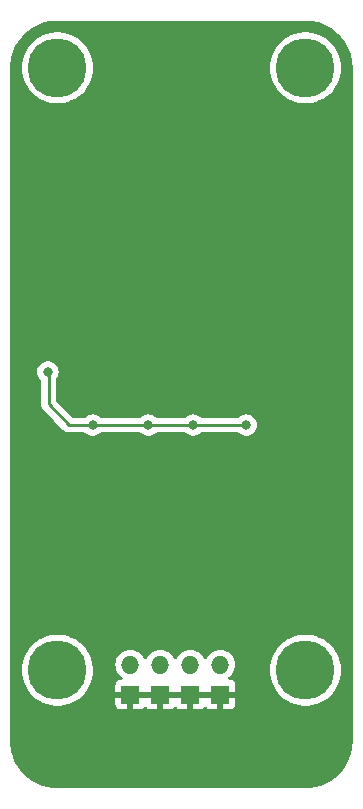
<source format=gbr>
%TF.GenerationSoftware,KiCad,Pcbnew,7.0.9*%
%TF.CreationDate,2025-04-28T00:26:43+09:00*%
%TF.ProjectId,Rp2040_v1.1,52703230-3430-45f7-9631-2e312e6b6963,rev?*%
%TF.SameCoordinates,Original*%
%TF.FileFunction,Copper,L2,Bot*%
%TF.FilePolarity,Positive*%
%FSLAX46Y46*%
G04 Gerber Fmt 4.6, Leading zero omitted, Abs format (unit mm)*
G04 Created by KiCad (PCBNEW 7.0.9) date 2025-04-28 00:26:43*
%MOMM*%
%LPD*%
G01*
G04 APERTURE LIST*
%TA.AperFunction,ComponentPad*%
%ADD10C,5.000000*%
%TD*%
%TA.AperFunction,ComponentPad*%
%ADD11R,1.524000X1.524000*%
%TD*%
%TA.AperFunction,ComponentPad*%
%ADD12O,1.524000X1.524000*%
%TD*%
%TA.AperFunction,ViaPad*%
%ADD13C,0.800000*%
%TD*%
%TA.AperFunction,Conductor*%
%ADD14C,0.250000*%
%TD*%
G04 APERTURE END LIST*
D10*
%TO.P,J2,1*%
%TO.N,N/C*%
X105000000Y-81000000D03*
%TD*%
%TO.P,J2,1*%
%TO.N,N/C*%
X105000000Y-30000000D03*
%TD*%
%TO.P,J2,1*%
%TO.N,N/C*%
X84000000Y-30000000D03*
%TD*%
%TO.P,J2,1*%
%TO.N,N/C*%
X84000000Y-81000000D03*
%TD*%
D11*
%TO.P,U2,1,1*%
%TO.N,Net-(U1-GND)*%
X90180000Y-83070000D03*
%TO.P,U2,2,2*%
X92720000Y-83070000D03*
%TO.P,U2,3,3*%
X95260000Y-83070000D03*
%TO.P,U2,4,4*%
X97800000Y-83070000D03*
D12*
%TO.P,U2,5,1_b*%
%TO.N,Net-(U2-1_b)*%
X90180000Y-80530000D03*
%TO.P,U2,6,2_b*%
%TO.N,Net-(U2-2_b)*%
X92720000Y-80530000D03*
%TO.P,U2,7,3_b*%
%TO.N,Net-(U2-3_b)*%
X95260000Y-80530000D03*
%TO.P,U2,8,4_b*%
%TO.N,Net-(U2-4_b)*%
X97800000Y-80530000D03*
%TD*%
D13*
%TO.N,Net-(U1-GND)*%
X92500000Y-46000000D03*
X101750000Y-52250000D03*
X95250000Y-41250000D03*
X84250000Y-40750000D03*
X84000000Y-72500000D03*
X85750000Y-55750000D03*
X91750000Y-58500000D03*
X95000000Y-58500000D03*
X86500000Y-58500000D03*
X84000000Y-61500000D03*
X85000000Y-66500000D03*
X89250000Y-78000000D03*
X94000000Y-78000000D03*
X92750000Y-71250000D03*
X93500000Y-73250000D03*
X90000000Y-61750000D03*
X89250000Y-64750000D03*
X93500000Y-64750000D03*
X88000000Y-71000000D03*
X86000000Y-76000000D03*
X106000000Y-73000000D03*
X99750000Y-58500000D03*
X104000000Y-61000000D03*
X98000000Y-65000000D03*
X98000000Y-69000000D03*
X100000000Y-74000000D03*
X85740000Y-53000000D03*
%TO.N,Net-(U1-5V)*%
X83200000Y-55740000D03*
X87000000Y-60250000D03*
X91702500Y-60250000D03*
X95500000Y-60250000D03*
X100000000Y-60250000D03*
%TD*%
D14*
%TO.N,Net-(U1-5V)*%
X85000000Y-60250000D02*
X83250000Y-58500000D01*
X83250000Y-58500000D02*
X83250000Y-55790000D01*
X83250000Y-55790000D02*
X83200000Y-55740000D01*
X87000000Y-60250000D02*
X85000000Y-60250000D01*
X91702500Y-60250000D02*
X87000000Y-60250000D01*
X95500000Y-60250000D02*
X91702500Y-60250000D01*
X100000000Y-60250000D02*
X95500000Y-60250000D01*
%TD*%
%TA.AperFunction,Conductor*%
%TO.N,Net-(U1-GND)*%
G36*
X92176441Y-82957047D02*
G01*
X92166123Y-83107886D01*
X92196884Y-83255915D01*
X92230090Y-83320000D01*
X90674852Y-83320000D01*
X90723559Y-83182953D01*
X90733877Y-83032114D01*
X90703116Y-82884085D01*
X90669910Y-82820000D01*
X92225148Y-82820000D01*
X92176441Y-82957047D01*
G37*
%TD.AperFunction*%
%TA.AperFunction,Conductor*%
G36*
X94716441Y-82957047D02*
G01*
X94706123Y-83107886D01*
X94736884Y-83255915D01*
X94770090Y-83320000D01*
X93214852Y-83320000D01*
X93263559Y-83182953D01*
X93273877Y-83032114D01*
X93243116Y-82884085D01*
X93209910Y-82820000D01*
X94765148Y-82820000D01*
X94716441Y-82957047D01*
G37*
%TD.AperFunction*%
%TA.AperFunction,Conductor*%
G36*
X97256441Y-82957047D02*
G01*
X97246123Y-83107886D01*
X97276884Y-83255915D01*
X97310090Y-83320000D01*
X95754852Y-83320000D01*
X95803559Y-83182953D01*
X95813877Y-83032114D01*
X95783116Y-82884085D01*
X95749910Y-82820000D01*
X97305148Y-82820000D01*
X97256441Y-82957047D01*
G37*
%TD.AperFunction*%
%TA.AperFunction,Conductor*%
G36*
X105001423Y-26000566D02*
G01*
X105040986Y-26002394D01*
X105172950Y-26008495D01*
X105372549Y-26018302D01*
X105378048Y-26018819D01*
X105563357Y-26044668D01*
X105749828Y-26072329D01*
X105754871Y-26073294D01*
X105939341Y-26116681D01*
X106120221Y-26161989D01*
X106124797Y-26163327D01*
X106305568Y-26223916D01*
X106480339Y-26286450D01*
X106484471Y-26288100D01*
X106542986Y-26313936D01*
X106659474Y-26365370D01*
X106826973Y-26444592D01*
X106830601Y-26446457D01*
X106998128Y-26539770D01*
X106998142Y-26539778D01*
X107156964Y-26634972D01*
X107160119Y-26636996D01*
X107318603Y-26745559D01*
X107467377Y-26855897D01*
X107470001Y-26857957D01*
X107618027Y-26980876D01*
X107755321Y-27105314D01*
X107757514Y-27107402D01*
X107892596Y-27242484D01*
X107894695Y-27244688D01*
X108019129Y-27381980D01*
X108142034Y-27529989D01*
X108144109Y-27532632D01*
X108254443Y-27681400D01*
X108363002Y-27839879D01*
X108365032Y-27843044D01*
X108460221Y-28001857D01*
X108553527Y-28169371D01*
X108555410Y-28173034D01*
X108634638Y-28340547D01*
X108711899Y-28515527D01*
X108713558Y-28519685D01*
X108776093Y-28694459D01*
X108836662Y-28875173D01*
X108838018Y-28879812D01*
X108883317Y-29060654D01*
X108926696Y-29245090D01*
X108927672Y-29250189D01*
X108955337Y-29436689D01*
X108981177Y-29621933D01*
X108981697Y-29627459D01*
X108991512Y-29827238D01*
X108999434Y-29998575D01*
X108999500Y-30001439D01*
X108999500Y-86998560D01*
X108999434Y-87001424D01*
X108991512Y-87172761D01*
X108981697Y-87372539D01*
X108981177Y-87378065D01*
X108955337Y-87563310D01*
X108927672Y-87749809D01*
X108926696Y-87754908D01*
X108883317Y-87939345D01*
X108838018Y-88120186D01*
X108836662Y-88124825D01*
X108776093Y-88305540D01*
X108713557Y-88480314D01*
X108711899Y-88484470D01*
X108634638Y-88659452D01*
X108555410Y-88826964D01*
X108553527Y-88830627D01*
X108460221Y-88998142D01*
X108365032Y-89156954D01*
X108363002Y-89160118D01*
X108254437Y-89318608D01*
X108144121Y-89467350D01*
X108142021Y-89470025D01*
X108019132Y-89618016D01*
X107894695Y-89755310D01*
X107892596Y-89757514D01*
X107757514Y-89892596D01*
X107755310Y-89894695D01*
X107618016Y-90019132D01*
X107470025Y-90142021D01*
X107467350Y-90144121D01*
X107318608Y-90254437D01*
X107160118Y-90363002D01*
X107156954Y-90365032D01*
X106998142Y-90460221D01*
X106830627Y-90553527D01*
X106826964Y-90555410D01*
X106659452Y-90634638D01*
X106484470Y-90711899D01*
X106480314Y-90713557D01*
X106305540Y-90776093D01*
X106124825Y-90836662D01*
X106120186Y-90838018D01*
X105939345Y-90883317D01*
X105754908Y-90926696D01*
X105749809Y-90927672D01*
X105563310Y-90955337D01*
X105378065Y-90981177D01*
X105372539Y-90981697D01*
X105172761Y-90991512D01*
X105001424Y-90999434D01*
X104998560Y-90999500D01*
X84001440Y-90999500D01*
X83998576Y-90999434D01*
X83827238Y-90991512D01*
X83627459Y-90981697D01*
X83621933Y-90981177D01*
X83436689Y-90955337D01*
X83250189Y-90927672D01*
X83245090Y-90926696D01*
X83060654Y-90883317D01*
X82879812Y-90838018D01*
X82875173Y-90836662D01*
X82694459Y-90776093D01*
X82519685Y-90713558D01*
X82515527Y-90711899D01*
X82340547Y-90634638D01*
X82173034Y-90555410D01*
X82169371Y-90553527D01*
X82001857Y-90460221D01*
X81843044Y-90365032D01*
X81839879Y-90363002D01*
X81730371Y-90287989D01*
X81681392Y-90254437D01*
X81532632Y-90144109D01*
X81529989Y-90142034D01*
X81381980Y-90019129D01*
X81244688Y-89894695D01*
X81242484Y-89892596D01*
X81107402Y-89757514D01*
X81105314Y-89755321D01*
X80980867Y-89618016D01*
X80857957Y-89470001D01*
X80855897Y-89467377D01*
X80745559Y-89318603D01*
X80636995Y-89160118D01*
X80634966Y-89156954D01*
X80539778Y-88998142D01*
X80512261Y-88948740D01*
X80446457Y-88830601D01*
X80444588Y-88826964D01*
X80365361Y-88659452D01*
X80288100Y-88484471D01*
X80286450Y-88480339D01*
X80223906Y-88305540D01*
X80163327Y-88124797D01*
X80161989Y-88120221D01*
X80116675Y-87939315D01*
X80111402Y-87916895D01*
X80073294Y-87754871D01*
X80072329Y-87749828D01*
X80044662Y-87563310D01*
X80018819Y-87378048D01*
X80018302Y-87372549D01*
X80008487Y-87172761D01*
X80000566Y-87001423D01*
X80000500Y-86998560D01*
X80000500Y-81000003D01*
X80994415Y-81000003D01*
X81014738Y-81348927D01*
X81014739Y-81348938D01*
X81075428Y-81693127D01*
X81075430Y-81693134D01*
X81175674Y-82027972D01*
X81314107Y-82348895D01*
X81314113Y-82348908D01*
X81488870Y-82651597D01*
X81697584Y-82931949D01*
X81697589Y-82931955D01*
X81792085Y-83032114D01*
X81937442Y-83186183D01*
X82020546Y-83255915D01*
X82205186Y-83410847D01*
X82205194Y-83410853D01*
X82497203Y-83602911D01*
X82497207Y-83602913D01*
X82809549Y-83759777D01*
X83137989Y-83879319D01*
X83478086Y-83959923D01*
X83825241Y-84000500D01*
X83825248Y-84000500D01*
X84174752Y-84000500D01*
X84174759Y-84000500D01*
X84521914Y-83959923D01*
X84862011Y-83879319D01*
X85190451Y-83759777D01*
X85502793Y-83602913D01*
X85794811Y-83410849D01*
X86062558Y-83186183D01*
X86302412Y-82931953D01*
X86511130Y-82651596D01*
X86685889Y-82348904D01*
X86824326Y-82027971D01*
X86924569Y-81693136D01*
X86936137Y-81627534D01*
X86985260Y-81348938D01*
X86985259Y-81348938D01*
X86985262Y-81348927D01*
X87002561Y-81051902D01*
X87005585Y-81000003D01*
X87005585Y-80999996D01*
X87001554Y-80930796D01*
X86985262Y-80651073D01*
X86963914Y-80530002D01*
X88912677Y-80530002D01*
X88931929Y-80750062D01*
X88931930Y-80750070D01*
X88989104Y-80963445D01*
X88989105Y-80963447D01*
X88989106Y-80963450D01*
X89006151Y-81000003D01*
X89082466Y-81163662D01*
X89082468Y-81163666D01*
X89209170Y-81344615D01*
X89209175Y-81344621D01*
X89365378Y-81500824D01*
X89365384Y-81500829D01*
X89481915Y-81582425D01*
X89525540Y-81637002D01*
X89532734Y-81706500D01*
X89501211Y-81768855D01*
X89440981Y-81804269D01*
X89410792Y-81808000D01*
X89370155Y-81808000D01*
X89310627Y-81814401D01*
X89310620Y-81814403D01*
X89175913Y-81864645D01*
X89175906Y-81864649D01*
X89060812Y-81950809D01*
X89060809Y-81950812D01*
X88974649Y-82065906D01*
X88974645Y-82065913D01*
X88924403Y-82200620D01*
X88924401Y-82200627D01*
X88918000Y-82260155D01*
X88918000Y-82820000D01*
X89685148Y-82820000D01*
X89636441Y-82957047D01*
X89626123Y-83107886D01*
X89656884Y-83255915D01*
X89690090Y-83320000D01*
X88918000Y-83320000D01*
X88918000Y-83879844D01*
X88924401Y-83939372D01*
X88924403Y-83939379D01*
X88974645Y-84074086D01*
X88974649Y-84074093D01*
X89060809Y-84189187D01*
X89060812Y-84189190D01*
X89175906Y-84275350D01*
X89175913Y-84275354D01*
X89310620Y-84325596D01*
X89310627Y-84325598D01*
X89370155Y-84331999D01*
X89370172Y-84332000D01*
X89930000Y-84332000D01*
X89930000Y-83561683D01*
X89958819Y-83579209D01*
X90104404Y-83620000D01*
X90217622Y-83620000D01*
X90329783Y-83604584D01*
X90430000Y-83561053D01*
X90430000Y-84332000D01*
X90989828Y-84332000D01*
X90989844Y-84331999D01*
X91049372Y-84325598D01*
X91049379Y-84325596D01*
X91184086Y-84275354D01*
X91184093Y-84275350D01*
X91299186Y-84189191D01*
X91350733Y-84120334D01*
X91406667Y-84078463D01*
X91476359Y-84073479D01*
X91537682Y-84106964D01*
X91549267Y-84120334D01*
X91600813Y-84189191D01*
X91715906Y-84275350D01*
X91715913Y-84275354D01*
X91850620Y-84325596D01*
X91850627Y-84325598D01*
X91910155Y-84331999D01*
X91910172Y-84332000D01*
X92470000Y-84332000D01*
X92470000Y-83561683D01*
X92498819Y-83579209D01*
X92644404Y-83620000D01*
X92757622Y-83620000D01*
X92869783Y-83604584D01*
X92970000Y-83561053D01*
X92970000Y-84332000D01*
X93529828Y-84332000D01*
X93529844Y-84331999D01*
X93589372Y-84325598D01*
X93589379Y-84325596D01*
X93724086Y-84275354D01*
X93724093Y-84275350D01*
X93839186Y-84189191D01*
X93890733Y-84120334D01*
X93946667Y-84078463D01*
X94016359Y-84073479D01*
X94077682Y-84106964D01*
X94089267Y-84120334D01*
X94140813Y-84189191D01*
X94255906Y-84275350D01*
X94255913Y-84275354D01*
X94390620Y-84325596D01*
X94390627Y-84325598D01*
X94450155Y-84331999D01*
X94450172Y-84332000D01*
X95010000Y-84332000D01*
X95010000Y-83561683D01*
X95038819Y-83579209D01*
X95184404Y-83620000D01*
X95297622Y-83620000D01*
X95409783Y-83604584D01*
X95510000Y-83561053D01*
X95510000Y-84332000D01*
X96069828Y-84332000D01*
X96069844Y-84331999D01*
X96129372Y-84325598D01*
X96129379Y-84325596D01*
X96264086Y-84275354D01*
X96264093Y-84275350D01*
X96379186Y-84189191D01*
X96430733Y-84120334D01*
X96486667Y-84078463D01*
X96556359Y-84073479D01*
X96617682Y-84106964D01*
X96629267Y-84120334D01*
X96680813Y-84189191D01*
X96795906Y-84275350D01*
X96795913Y-84275354D01*
X96930620Y-84325596D01*
X96930627Y-84325598D01*
X96990155Y-84331999D01*
X96990172Y-84332000D01*
X97550000Y-84332000D01*
X97550000Y-83561683D01*
X97578819Y-83579209D01*
X97724404Y-83620000D01*
X97837622Y-83620000D01*
X97949783Y-83604584D01*
X98050000Y-83561053D01*
X98050000Y-84332000D01*
X98609828Y-84332000D01*
X98609844Y-84331999D01*
X98669372Y-84325598D01*
X98669379Y-84325596D01*
X98804086Y-84275354D01*
X98804093Y-84275350D01*
X98919187Y-84189190D01*
X98919190Y-84189187D01*
X99005350Y-84074093D01*
X99005354Y-84074086D01*
X99055596Y-83939379D01*
X99055598Y-83939372D01*
X99061999Y-83879844D01*
X99062000Y-83879827D01*
X99062000Y-83320000D01*
X98294852Y-83320000D01*
X98343559Y-83182953D01*
X98353877Y-83032114D01*
X98323116Y-82884085D01*
X98289910Y-82820000D01*
X99062000Y-82820000D01*
X99062000Y-82260172D01*
X99061999Y-82260155D01*
X99055598Y-82200627D01*
X99055596Y-82200620D01*
X99005354Y-82065913D01*
X99005350Y-82065906D01*
X98919190Y-81950812D01*
X98919187Y-81950809D01*
X98804093Y-81864649D01*
X98804086Y-81864645D01*
X98669379Y-81814403D01*
X98669372Y-81814401D01*
X98609844Y-81808000D01*
X98569208Y-81808000D01*
X98502169Y-81788315D01*
X98456414Y-81735511D01*
X98446470Y-81666353D01*
X98475495Y-81602797D01*
X98498085Y-81582425D01*
X98550864Y-81545468D01*
X98614620Y-81500826D01*
X98770826Y-81344620D01*
X98897534Y-81163662D01*
X98973849Y-81000003D01*
X101994415Y-81000003D01*
X102014738Y-81348927D01*
X102014739Y-81348938D01*
X102075428Y-81693127D01*
X102075430Y-81693134D01*
X102175674Y-82027972D01*
X102314107Y-82348895D01*
X102314113Y-82348908D01*
X102488870Y-82651597D01*
X102697584Y-82931949D01*
X102697589Y-82931955D01*
X102792085Y-83032114D01*
X102937442Y-83186183D01*
X103020546Y-83255915D01*
X103205186Y-83410847D01*
X103205194Y-83410853D01*
X103497203Y-83602911D01*
X103497207Y-83602913D01*
X103809549Y-83759777D01*
X104137989Y-83879319D01*
X104478086Y-83959923D01*
X104825241Y-84000500D01*
X104825248Y-84000500D01*
X105174752Y-84000500D01*
X105174759Y-84000500D01*
X105521914Y-83959923D01*
X105862011Y-83879319D01*
X106190451Y-83759777D01*
X106502793Y-83602913D01*
X106794811Y-83410849D01*
X107062558Y-83186183D01*
X107302412Y-82931953D01*
X107511130Y-82651596D01*
X107685889Y-82348904D01*
X107824326Y-82027971D01*
X107924569Y-81693136D01*
X107936137Y-81627534D01*
X107985260Y-81348938D01*
X107985259Y-81348938D01*
X107985262Y-81348927D01*
X108002561Y-81051902D01*
X108005585Y-81000003D01*
X108005585Y-80999996D01*
X108001554Y-80930796D01*
X107985262Y-80651073D01*
X107925111Y-80309937D01*
X107924571Y-80306872D01*
X107924569Y-80306865D01*
X107861605Y-80096550D01*
X107824326Y-79972029D01*
X107685889Y-79651096D01*
X107511130Y-79348404D01*
X107504208Y-79339106D01*
X107302415Y-79068050D01*
X107302410Y-79068044D01*
X107186433Y-78945117D01*
X107062558Y-78813817D01*
X106914488Y-78689572D01*
X106794813Y-78589152D01*
X106794805Y-78589146D01*
X106502796Y-78397088D01*
X106190458Y-78240226D01*
X106190452Y-78240223D01*
X105862012Y-78120681D01*
X105862009Y-78120680D01*
X105521915Y-78040077D01*
X105478519Y-78035004D01*
X105174759Y-77999500D01*
X104825241Y-77999500D01*
X104521480Y-78035004D01*
X104478085Y-78040077D01*
X104478083Y-78040077D01*
X104137990Y-78120680D01*
X104137987Y-78120681D01*
X103809547Y-78240223D01*
X103809541Y-78240226D01*
X103497203Y-78397088D01*
X103205194Y-78589146D01*
X103205186Y-78589152D01*
X102937442Y-78813817D01*
X102937440Y-78813819D01*
X102697589Y-79068044D01*
X102697584Y-79068050D01*
X102488870Y-79348402D01*
X102314113Y-79651091D01*
X102314107Y-79651104D01*
X102175674Y-79972027D01*
X102075430Y-80306865D01*
X102075428Y-80306872D01*
X102014739Y-80651061D01*
X102014738Y-80651072D01*
X101994415Y-80999996D01*
X101994415Y-81000003D01*
X98973849Y-81000003D01*
X98990894Y-80963450D01*
X99048070Y-80750068D01*
X99067323Y-80530000D01*
X99048070Y-80309932D01*
X98990894Y-80096550D01*
X98897534Y-79896339D01*
X98770826Y-79715380D01*
X98614620Y-79559174D01*
X98614616Y-79559171D01*
X98614615Y-79559170D01*
X98433666Y-79432468D01*
X98433662Y-79432466D01*
X98433660Y-79432465D01*
X98233450Y-79339106D01*
X98233447Y-79339105D01*
X98233445Y-79339104D01*
X98020070Y-79281930D01*
X98020062Y-79281929D01*
X97800002Y-79262677D01*
X97799998Y-79262677D01*
X97579937Y-79281929D01*
X97579929Y-79281930D01*
X97366554Y-79339104D01*
X97366548Y-79339107D01*
X97166340Y-79432465D01*
X97166338Y-79432466D01*
X96985377Y-79559175D01*
X96829175Y-79715377D01*
X96702466Y-79896338D01*
X96702465Y-79896340D01*
X96642382Y-80025189D01*
X96596209Y-80077628D01*
X96529016Y-80096780D01*
X96462135Y-80076564D01*
X96417618Y-80025189D01*
X96357534Y-79896340D01*
X96357533Y-79896338D01*
X96230827Y-79715381D01*
X96166537Y-79651091D01*
X96074620Y-79559174D01*
X96074616Y-79559171D01*
X96074615Y-79559170D01*
X95893666Y-79432468D01*
X95893662Y-79432466D01*
X95893660Y-79432465D01*
X95693450Y-79339106D01*
X95693447Y-79339105D01*
X95693445Y-79339104D01*
X95480070Y-79281930D01*
X95480062Y-79281929D01*
X95260002Y-79262677D01*
X95259998Y-79262677D01*
X95039937Y-79281929D01*
X95039929Y-79281930D01*
X94826554Y-79339104D01*
X94826548Y-79339107D01*
X94626340Y-79432465D01*
X94626338Y-79432466D01*
X94445377Y-79559175D01*
X94289175Y-79715377D01*
X94162466Y-79896338D01*
X94162465Y-79896340D01*
X94102382Y-80025189D01*
X94056209Y-80077628D01*
X93989016Y-80096780D01*
X93922135Y-80076564D01*
X93877618Y-80025189D01*
X93817534Y-79896340D01*
X93817533Y-79896338D01*
X93690827Y-79715381D01*
X93626537Y-79651091D01*
X93534620Y-79559174D01*
X93534616Y-79559171D01*
X93534615Y-79559170D01*
X93353666Y-79432468D01*
X93353662Y-79432466D01*
X93353660Y-79432465D01*
X93153450Y-79339106D01*
X93153447Y-79339105D01*
X93153445Y-79339104D01*
X92940070Y-79281930D01*
X92940062Y-79281929D01*
X92720002Y-79262677D01*
X92719998Y-79262677D01*
X92499937Y-79281929D01*
X92499929Y-79281930D01*
X92286554Y-79339104D01*
X92286548Y-79339107D01*
X92086340Y-79432465D01*
X92086338Y-79432466D01*
X91905377Y-79559175D01*
X91749175Y-79715377D01*
X91622466Y-79896338D01*
X91622465Y-79896340D01*
X91562382Y-80025189D01*
X91516209Y-80077628D01*
X91449016Y-80096780D01*
X91382135Y-80076564D01*
X91337618Y-80025189D01*
X91277534Y-79896340D01*
X91277533Y-79896338D01*
X91150827Y-79715381D01*
X91086537Y-79651091D01*
X90994620Y-79559174D01*
X90994616Y-79559171D01*
X90994615Y-79559170D01*
X90813666Y-79432468D01*
X90813662Y-79432466D01*
X90813660Y-79432465D01*
X90613450Y-79339106D01*
X90613447Y-79339105D01*
X90613445Y-79339104D01*
X90400070Y-79281930D01*
X90400062Y-79281929D01*
X90180002Y-79262677D01*
X90179998Y-79262677D01*
X89959937Y-79281929D01*
X89959929Y-79281930D01*
X89746554Y-79339104D01*
X89746548Y-79339107D01*
X89546340Y-79432465D01*
X89546338Y-79432466D01*
X89365377Y-79559175D01*
X89209175Y-79715377D01*
X89082466Y-79896338D01*
X89082465Y-79896340D01*
X88989107Y-80096548D01*
X88989104Y-80096554D01*
X88931930Y-80309929D01*
X88931929Y-80309937D01*
X88912677Y-80529997D01*
X88912677Y-80530002D01*
X86963914Y-80530002D01*
X86925111Y-80309937D01*
X86924571Y-80306872D01*
X86924569Y-80306865D01*
X86861605Y-80096550D01*
X86824326Y-79972029D01*
X86685889Y-79651096D01*
X86511130Y-79348404D01*
X86504208Y-79339106D01*
X86302415Y-79068050D01*
X86302410Y-79068044D01*
X86186433Y-78945117D01*
X86062558Y-78813817D01*
X85914488Y-78689572D01*
X85794813Y-78589152D01*
X85794805Y-78589146D01*
X85502796Y-78397088D01*
X85190458Y-78240226D01*
X85190452Y-78240223D01*
X84862012Y-78120681D01*
X84862009Y-78120680D01*
X84521915Y-78040077D01*
X84478519Y-78035004D01*
X84174759Y-77999500D01*
X83825241Y-77999500D01*
X83521480Y-78035004D01*
X83478085Y-78040077D01*
X83478083Y-78040077D01*
X83137990Y-78120680D01*
X83137987Y-78120681D01*
X82809547Y-78240223D01*
X82809541Y-78240226D01*
X82497203Y-78397088D01*
X82205194Y-78589146D01*
X82205186Y-78589152D01*
X81937442Y-78813817D01*
X81937440Y-78813819D01*
X81697589Y-79068044D01*
X81697584Y-79068050D01*
X81488870Y-79348402D01*
X81314113Y-79651091D01*
X81314107Y-79651104D01*
X81175674Y-79972027D01*
X81075430Y-80306865D01*
X81075428Y-80306872D01*
X81014739Y-80651061D01*
X81014738Y-80651072D01*
X80994415Y-80999996D01*
X80994415Y-81000003D01*
X80000500Y-81000003D01*
X80000500Y-55740000D01*
X82294540Y-55740000D01*
X82314326Y-55928256D01*
X82314327Y-55928259D01*
X82372818Y-56108277D01*
X82372821Y-56108284D01*
X82467467Y-56272216D01*
X82592650Y-56411245D01*
X82622880Y-56474236D01*
X82624500Y-56494217D01*
X82624500Y-58417255D01*
X82622775Y-58432872D01*
X82623061Y-58432899D01*
X82622326Y-58440665D01*
X82624500Y-58509814D01*
X82624500Y-58539343D01*
X82624501Y-58539360D01*
X82625368Y-58546231D01*
X82625826Y-58552050D01*
X82627290Y-58598624D01*
X82627291Y-58598627D01*
X82632880Y-58617867D01*
X82636824Y-58636911D01*
X82639336Y-58656791D01*
X82656490Y-58700119D01*
X82658382Y-58705647D01*
X82671381Y-58750388D01*
X82681580Y-58767634D01*
X82690138Y-58785103D01*
X82697514Y-58803732D01*
X82724898Y-58841423D01*
X82728106Y-58846307D01*
X82751827Y-58886416D01*
X82751833Y-58886424D01*
X82765990Y-58900580D01*
X82778628Y-58915376D01*
X82790405Y-58931586D01*
X82790406Y-58931587D01*
X82826309Y-58961288D01*
X82830620Y-58965210D01*
X83747125Y-59881715D01*
X84499194Y-60633784D01*
X84509019Y-60646048D01*
X84509240Y-60645866D01*
X84514210Y-60651873D01*
X84514213Y-60651876D01*
X84514214Y-60651877D01*
X84564651Y-60699241D01*
X84585530Y-60720120D01*
X84591004Y-60724366D01*
X84595442Y-60728156D01*
X84629418Y-60760062D01*
X84629422Y-60760064D01*
X84646973Y-60769713D01*
X84663231Y-60780392D01*
X84679064Y-60792674D01*
X84701015Y-60802172D01*
X84721837Y-60811183D01*
X84727081Y-60813752D01*
X84767908Y-60836197D01*
X84787312Y-60841179D01*
X84805710Y-60847478D01*
X84824105Y-60855438D01*
X84870129Y-60862726D01*
X84875832Y-60863907D01*
X84920981Y-60875500D01*
X84941016Y-60875500D01*
X84960413Y-60877026D01*
X84980196Y-60880160D01*
X85026584Y-60875775D01*
X85032422Y-60875500D01*
X86296252Y-60875500D01*
X86363291Y-60895185D01*
X86388400Y-60916526D01*
X86394126Y-60922885D01*
X86394130Y-60922889D01*
X86547265Y-61034148D01*
X86547270Y-61034151D01*
X86720192Y-61111142D01*
X86720197Y-61111144D01*
X86905354Y-61150500D01*
X86905355Y-61150500D01*
X87094644Y-61150500D01*
X87094646Y-61150500D01*
X87279803Y-61111144D01*
X87452730Y-61034151D01*
X87605871Y-60922888D01*
X87608788Y-60919647D01*
X87611600Y-60916526D01*
X87671087Y-60879879D01*
X87703748Y-60875500D01*
X90998752Y-60875500D01*
X91065791Y-60895185D01*
X91090900Y-60916526D01*
X91096626Y-60922885D01*
X91096630Y-60922889D01*
X91249765Y-61034148D01*
X91249770Y-61034151D01*
X91422692Y-61111142D01*
X91422697Y-61111144D01*
X91607854Y-61150500D01*
X91607855Y-61150500D01*
X91797144Y-61150500D01*
X91797146Y-61150500D01*
X91982303Y-61111144D01*
X92155230Y-61034151D01*
X92308371Y-60922888D01*
X92311288Y-60919647D01*
X92314100Y-60916526D01*
X92373587Y-60879879D01*
X92406248Y-60875500D01*
X94796252Y-60875500D01*
X94863291Y-60895185D01*
X94888400Y-60916526D01*
X94894126Y-60922885D01*
X94894130Y-60922889D01*
X95047265Y-61034148D01*
X95047270Y-61034151D01*
X95220192Y-61111142D01*
X95220197Y-61111144D01*
X95405354Y-61150500D01*
X95405355Y-61150500D01*
X95594644Y-61150500D01*
X95594646Y-61150500D01*
X95779803Y-61111144D01*
X95952730Y-61034151D01*
X96105871Y-60922888D01*
X96108788Y-60919647D01*
X96111600Y-60916526D01*
X96171087Y-60879879D01*
X96203748Y-60875500D01*
X99296252Y-60875500D01*
X99363291Y-60895185D01*
X99388400Y-60916526D01*
X99394126Y-60922885D01*
X99394130Y-60922889D01*
X99547265Y-61034148D01*
X99547270Y-61034151D01*
X99720192Y-61111142D01*
X99720197Y-61111144D01*
X99905354Y-61150500D01*
X99905355Y-61150500D01*
X100094644Y-61150500D01*
X100094646Y-61150500D01*
X100279803Y-61111144D01*
X100452730Y-61034151D01*
X100605871Y-60922888D01*
X100732533Y-60782216D01*
X100827179Y-60618284D01*
X100885674Y-60438256D01*
X100905460Y-60250000D01*
X100885674Y-60061744D01*
X100827179Y-59881716D01*
X100732533Y-59717784D01*
X100605871Y-59577112D01*
X100605870Y-59577111D01*
X100452734Y-59465851D01*
X100452729Y-59465848D01*
X100279807Y-59388857D01*
X100279802Y-59388855D01*
X100134001Y-59357865D01*
X100094646Y-59349500D01*
X99905354Y-59349500D01*
X99872897Y-59356398D01*
X99720197Y-59388855D01*
X99720192Y-59388857D01*
X99547270Y-59465848D01*
X99547265Y-59465851D01*
X99394130Y-59577110D01*
X99394126Y-59577114D01*
X99388400Y-59583474D01*
X99328913Y-59620121D01*
X99296252Y-59624500D01*
X96203748Y-59624500D01*
X96136709Y-59604815D01*
X96111600Y-59583474D01*
X96105873Y-59577114D01*
X96105869Y-59577110D01*
X95952734Y-59465851D01*
X95952729Y-59465848D01*
X95779807Y-59388857D01*
X95779802Y-59388855D01*
X95634001Y-59357865D01*
X95594646Y-59349500D01*
X95405354Y-59349500D01*
X95372897Y-59356398D01*
X95220197Y-59388855D01*
X95220192Y-59388857D01*
X95047270Y-59465848D01*
X95047265Y-59465851D01*
X94894130Y-59577110D01*
X94894126Y-59577114D01*
X94888400Y-59583474D01*
X94828913Y-59620121D01*
X94796252Y-59624500D01*
X92406248Y-59624500D01*
X92339209Y-59604815D01*
X92314100Y-59583474D01*
X92308373Y-59577114D01*
X92308369Y-59577110D01*
X92155234Y-59465851D01*
X92155229Y-59465848D01*
X91982307Y-59388857D01*
X91982302Y-59388855D01*
X91836501Y-59357865D01*
X91797146Y-59349500D01*
X91607854Y-59349500D01*
X91575397Y-59356398D01*
X91422697Y-59388855D01*
X91422692Y-59388857D01*
X91249770Y-59465848D01*
X91249765Y-59465851D01*
X91096630Y-59577110D01*
X91096626Y-59577114D01*
X91090900Y-59583474D01*
X91031413Y-59620121D01*
X90998752Y-59624500D01*
X87703748Y-59624500D01*
X87636709Y-59604815D01*
X87611600Y-59583474D01*
X87605873Y-59577114D01*
X87605869Y-59577110D01*
X87452734Y-59465851D01*
X87452729Y-59465848D01*
X87279807Y-59388857D01*
X87279802Y-59388855D01*
X87134001Y-59357865D01*
X87094646Y-59349500D01*
X86905354Y-59349500D01*
X86872897Y-59356398D01*
X86720197Y-59388855D01*
X86720192Y-59388857D01*
X86547270Y-59465848D01*
X86547265Y-59465851D01*
X86394130Y-59577110D01*
X86394126Y-59577114D01*
X86388400Y-59583474D01*
X86328913Y-59620121D01*
X86296252Y-59624500D01*
X85310452Y-59624500D01*
X85243413Y-59604815D01*
X85222771Y-59588181D01*
X83911819Y-58277228D01*
X83878334Y-58215905D01*
X83875500Y-58189547D01*
X83875500Y-56383156D01*
X83895185Y-56316117D01*
X83907351Y-56300183D01*
X83932533Y-56272216D01*
X84027179Y-56108284D01*
X84085674Y-55928256D01*
X84105460Y-55740000D01*
X84085674Y-55551744D01*
X84027179Y-55371716D01*
X83932533Y-55207784D01*
X83805871Y-55067112D01*
X83805870Y-55067111D01*
X83652734Y-54955851D01*
X83652729Y-54955848D01*
X83479807Y-54878857D01*
X83479802Y-54878855D01*
X83334001Y-54847865D01*
X83294646Y-54839500D01*
X83105354Y-54839500D01*
X83072897Y-54846398D01*
X82920197Y-54878855D01*
X82920192Y-54878857D01*
X82747270Y-54955848D01*
X82747265Y-54955851D01*
X82594129Y-55067111D01*
X82467466Y-55207785D01*
X82372821Y-55371715D01*
X82372818Y-55371722D01*
X82314327Y-55551740D01*
X82314326Y-55551744D01*
X82294540Y-55740000D01*
X80000500Y-55740000D01*
X80000500Y-30001439D01*
X80000533Y-30000003D01*
X80994415Y-30000003D01*
X81014738Y-30348927D01*
X81014739Y-30348938D01*
X81075428Y-30693127D01*
X81075430Y-30693134D01*
X81175674Y-31027972D01*
X81314107Y-31348895D01*
X81314113Y-31348908D01*
X81488870Y-31651597D01*
X81697584Y-31931949D01*
X81697589Y-31931955D01*
X81821463Y-32063253D01*
X81937442Y-32186183D01*
X82113903Y-32334251D01*
X82205186Y-32410847D01*
X82205194Y-32410853D01*
X82497203Y-32602911D01*
X82497207Y-32602913D01*
X82809549Y-32759777D01*
X83137989Y-32879319D01*
X83478086Y-32959923D01*
X83825241Y-33000500D01*
X83825248Y-33000500D01*
X84174752Y-33000500D01*
X84174759Y-33000500D01*
X84521914Y-32959923D01*
X84862011Y-32879319D01*
X85190451Y-32759777D01*
X85502793Y-32602913D01*
X85794811Y-32410849D01*
X86062558Y-32186183D01*
X86302412Y-31931953D01*
X86511130Y-31651596D01*
X86685889Y-31348904D01*
X86824326Y-31027971D01*
X86924569Y-30693136D01*
X86985262Y-30348927D01*
X87005585Y-30000003D01*
X101994415Y-30000003D01*
X102014738Y-30348927D01*
X102014739Y-30348938D01*
X102075428Y-30693127D01*
X102075430Y-30693134D01*
X102175674Y-31027972D01*
X102314107Y-31348895D01*
X102314113Y-31348908D01*
X102488870Y-31651597D01*
X102697584Y-31931949D01*
X102697589Y-31931955D01*
X102821463Y-32063253D01*
X102937442Y-32186183D01*
X103113903Y-32334251D01*
X103205186Y-32410847D01*
X103205194Y-32410853D01*
X103497203Y-32602911D01*
X103497207Y-32602913D01*
X103809549Y-32759777D01*
X104137989Y-32879319D01*
X104478086Y-32959923D01*
X104825241Y-33000500D01*
X104825248Y-33000500D01*
X105174752Y-33000500D01*
X105174759Y-33000500D01*
X105521914Y-32959923D01*
X105862011Y-32879319D01*
X106190451Y-32759777D01*
X106502793Y-32602913D01*
X106794811Y-32410849D01*
X107062558Y-32186183D01*
X107302412Y-31931953D01*
X107511130Y-31651596D01*
X107685889Y-31348904D01*
X107824326Y-31027971D01*
X107924569Y-30693136D01*
X107985262Y-30348927D01*
X108005585Y-30000000D01*
X107985262Y-29651073D01*
X107980124Y-29621933D01*
X107924571Y-29306872D01*
X107924569Y-29306865D01*
X107912064Y-29265094D01*
X107824326Y-28972029D01*
X107685889Y-28651096D01*
X107511130Y-28348404D01*
X107511129Y-28348402D01*
X107302415Y-28068050D01*
X107302410Y-28068044D01*
X107186433Y-27945117D01*
X107062558Y-27813817D01*
X106904749Y-27681400D01*
X106794813Y-27589152D01*
X106794805Y-27589146D01*
X106502796Y-27397088D01*
X106190458Y-27240226D01*
X106190452Y-27240223D01*
X105862012Y-27120681D01*
X105862009Y-27120680D01*
X105521915Y-27040077D01*
X105478519Y-27035004D01*
X105174759Y-26999500D01*
X104825241Y-26999500D01*
X104521480Y-27035004D01*
X104478085Y-27040077D01*
X104478083Y-27040077D01*
X104137990Y-27120680D01*
X104137987Y-27120681D01*
X103809547Y-27240223D01*
X103809541Y-27240226D01*
X103497203Y-27397088D01*
X103205194Y-27589146D01*
X103205186Y-27589152D01*
X102937442Y-27813817D01*
X102937440Y-27813819D01*
X102697589Y-28068044D01*
X102697584Y-28068050D01*
X102488870Y-28348402D01*
X102314113Y-28651091D01*
X102314107Y-28651104D01*
X102175674Y-28972027D01*
X102075430Y-29306865D01*
X102075428Y-29306872D01*
X102014739Y-29651061D01*
X102014738Y-29651072D01*
X101994415Y-29999996D01*
X101994415Y-30000003D01*
X87005585Y-30000003D01*
X87005585Y-30000000D01*
X86985262Y-29651073D01*
X86980124Y-29621933D01*
X86924571Y-29306872D01*
X86924569Y-29306865D01*
X86912064Y-29265094D01*
X86824326Y-28972029D01*
X86685889Y-28651096D01*
X86511130Y-28348404D01*
X86511129Y-28348402D01*
X86302415Y-28068050D01*
X86302410Y-28068044D01*
X86186433Y-27945117D01*
X86062558Y-27813817D01*
X85904749Y-27681400D01*
X85794813Y-27589152D01*
X85794805Y-27589146D01*
X85502796Y-27397088D01*
X85190458Y-27240226D01*
X85190452Y-27240223D01*
X84862012Y-27120681D01*
X84862009Y-27120680D01*
X84521915Y-27040077D01*
X84478519Y-27035004D01*
X84174759Y-26999500D01*
X83825241Y-26999500D01*
X83521480Y-27035004D01*
X83478085Y-27040077D01*
X83478083Y-27040077D01*
X83137990Y-27120680D01*
X83137987Y-27120681D01*
X82809547Y-27240223D01*
X82809541Y-27240226D01*
X82497203Y-27397088D01*
X82205194Y-27589146D01*
X82205186Y-27589152D01*
X81937442Y-27813817D01*
X81937440Y-27813819D01*
X81697589Y-28068044D01*
X81697584Y-28068050D01*
X81488870Y-28348402D01*
X81314113Y-28651091D01*
X81314107Y-28651104D01*
X81175674Y-28972027D01*
X81075430Y-29306865D01*
X81075428Y-29306872D01*
X81014739Y-29651061D01*
X81014738Y-29651072D01*
X80994415Y-29999996D01*
X80994415Y-30000003D01*
X80000533Y-30000003D01*
X80000566Y-29998576D01*
X80008487Y-29827238D01*
X80018302Y-29627446D01*
X80018818Y-29621955D01*
X80044670Y-29436633D01*
X80072331Y-29250162D01*
X80073292Y-29245137D01*
X80116689Y-29060626D01*
X80161993Y-28879764D01*
X80163323Y-28875216D01*
X80223915Y-28694431D01*
X80286457Y-28519641D01*
X80288100Y-28515527D01*
X80365368Y-28340530D01*
X80444615Y-28172977D01*
X80446444Y-28169423D01*
X80539781Y-28001852D01*
X80634990Y-27843005D01*
X80636979Y-27839904D01*
X80745570Y-27681381D01*
X80855924Y-27532586D01*
X80857928Y-27530033D01*
X80980875Y-27381973D01*
X81105351Y-27244636D01*
X81107361Y-27242526D01*
X81242526Y-27107361D01*
X81244636Y-27105351D01*
X81381973Y-26980875D01*
X81530033Y-26857928D01*
X81532586Y-26855924D01*
X81681381Y-26745570D01*
X81839904Y-26636979D01*
X81843005Y-26634990D01*
X82001858Y-26539778D01*
X82169423Y-26446444D01*
X82172977Y-26444615D01*
X82340530Y-26365368D01*
X82515538Y-26288095D01*
X82519641Y-26286457D01*
X82694431Y-26223915D01*
X82875216Y-26163323D01*
X82879764Y-26161993D01*
X83060626Y-26116689D01*
X83245137Y-26073292D01*
X83250162Y-26072331D01*
X83436651Y-26044667D01*
X83621955Y-26018818D01*
X83627446Y-26018302D01*
X83826958Y-26008500D01*
X83968945Y-26001935D01*
X83998577Y-26000566D01*
X84001440Y-26000500D01*
X104998560Y-26000500D01*
X105001423Y-26000566D01*
G37*
%TD.AperFunction*%
%TD*%
M02*

</source>
